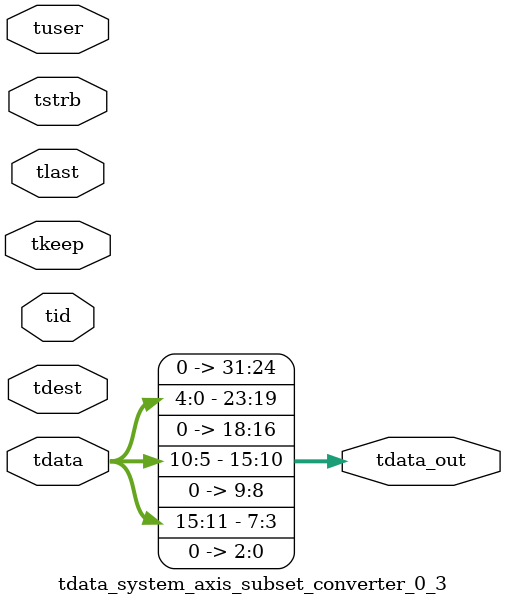
<source format=v>


`timescale 1ps/1ps

module tdata_system_axis_subset_converter_0_3 #
(
parameter C_S_AXIS_TDATA_WIDTH = 32,
parameter C_S_AXIS_TUSER_WIDTH = 0,
parameter C_S_AXIS_TID_WIDTH   = 0,
parameter C_S_AXIS_TDEST_WIDTH = 0,
parameter C_M_AXIS_TDATA_WIDTH = 32
)
(
input  [(C_S_AXIS_TDATA_WIDTH == 0 ? 1 : C_S_AXIS_TDATA_WIDTH)-1:0     ] tdata,
input  [(C_S_AXIS_TUSER_WIDTH == 0 ? 1 : C_S_AXIS_TUSER_WIDTH)-1:0     ] tuser,
input  [(C_S_AXIS_TID_WIDTH   == 0 ? 1 : C_S_AXIS_TID_WIDTH)-1:0       ] tid,
input  [(C_S_AXIS_TDEST_WIDTH == 0 ? 1 : C_S_AXIS_TDEST_WIDTH)-1:0     ] tdest,
input  [(C_S_AXIS_TDATA_WIDTH/8)-1:0 ] tkeep,
input  [(C_S_AXIS_TDATA_WIDTH/8)-1:0 ] tstrb,
input                                                                    tlast,
output [C_M_AXIS_TDATA_WIDTH-1:0] tdata_out
);

assign tdata_out = {tdata[4:0],3'b000,tdata[10:5],2'b00,tdata[15:11],3'b000};

endmodule


</source>
